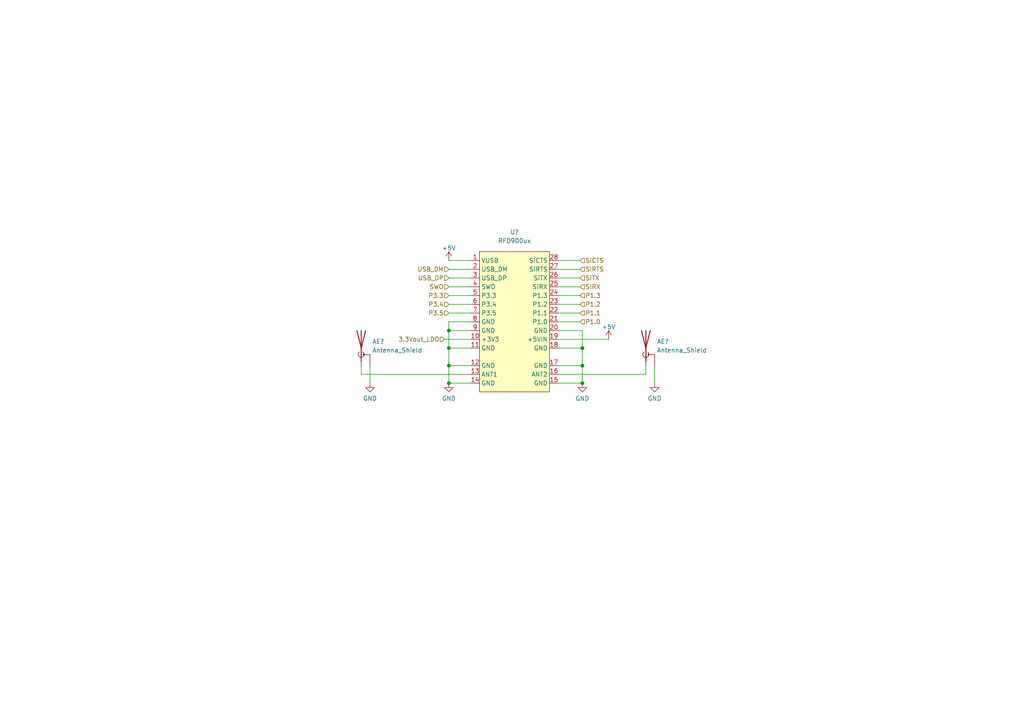
<source format=kicad_sch>
(kicad_sch (version 20211123) (generator eeschema)
  (paper "A4")
  (lib_symbols
    (symbol "Device:Antenna_Shield" (pin_numbers hide) (pin_names (offset 1.016) hide)
      (property "Reference" "AE" (at -1.905 4.445 0))
      (property "Value" "Antenna_Shield" (at -1.905 2.54 0))
      (symbol "Antenna_Shield_0_1"
        (arc (start -0.508 -1.143) (mid -0.8485 -2.1032) (end 0 -2.667))
        (arc (start 0 -2.667) (mid 0.8047 -2.0885) (end 0.508 -1.143))
        (polyline (pts (xy 0 -2.54) (xy 0 0)))
        (polyline (pts (xy 0 5.08) (xy 0 -3.81)) (stroke (width 0.254)))
        (polyline (pts (xy 0.762 -1.905) (xy 2.54 -1.905)))
        (polyline (pts (xy 2.54 -2.54) (xy 2.54 -1.905)))
        (polyline (pts (xy 1.27 5.08) (xy 0 0) (xy -1.27 5.08)) (stroke (width 0.254)))
        (circle (center 0.762 -1.905) (radius 0.1778) (fill (type outline)))
      )
      (symbol "Antenna_Shield_1_1"
        (pin input line (at 0 -5.08 90) (length 2.54) (name "A") (number "1"))
        (pin input line (at 2.54 -5.08 90) (length 2.54) (name "Shield") (number "2"))
      )
    )
    (symbol "RFD900ux:RFD900ux"
      (property "Reference" "U" (at 0 25.4 0))
      (property "Value" "RFD900ux" (at 0 27.94 0))
      (symbol "RFD900ux_0_1"
        (rectangle (start -10.16 22.86) (end 10.16 -17.78) (fill (type background)))
      )
      (symbol "RFD900ux_1_1"
        (pin power_in line (at -12.7 20.32 0) (length 2.54) (name "VUSB") (number "1"))
        (pin power_in line (at -12.7 -2.54 0) (length 2.54) (name "+3V3") (number "10"))
        (pin power_in line (at -12.7 -5.08 0) (length 2.54) (name "GND") (number "11"))
        (pin power_in line (at -12.7 -10.16 0) (length 2.54) (name "GND") (number "12"))
        (pin bidirectional line (at -12.7 -12.7 0) (length 2.54) (name "ANT1") (number "13"))
        (pin power_in line (at -12.7 -15.24 0) (length 2.54) (name "GND") (number "14"))
        (pin power_in line (at 12.7 -15.24 180) (length 2.54) (name "GND") (number "15"))
        (pin bidirectional line (at 12.7 -12.7 180) (length 2.54) (name "ANT2") (number "16"))
        (pin power_in line (at 12.7 -10.16 180) (length 2.54) (name "GND") (number "17"))
        (pin power_in line (at 12.7 -5.08 180) (length 2.54) (name "GND") (number "18"))
        (pin power_in line (at 12.7 -2.54 180) (length 2.54) (name "+5VIN") (number "19"))
        (pin bidirectional line (at -12.7 17.78 0) (length 2.54) (name "USB_DM") (number "2"))
        (pin power_in line (at 12.7 0 180) (length 2.54) (name "GND") (number "20"))
        (pin input line (at 12.7 2.54 180) (length 2.54) (name "P1.0") (number "21"))
        (pin input line (at 12.7 5.08 180) (length 2.54) (name "P1.1") (number "22"))
        (pin input line (at 12.7 7.62 180) (length 2.54) (name "P1.2") (number "23"))
        (pin input line (at 12.7 10.16 180) (length 2.54) (name "P1.3") (number "24"))
        (pin input line (at 12.7 12.7 180) (length 2.54) (name "SiRX") (number "25"))
        (pin output line (at 12.7 15.24 180) (length 2.54) (name "SiTX") (number "26"))
        (pin output line (at 12.7 17.78 180) (length 2.54) (name "SiRTS") (number "27"))
        (pin output line (at 12.7 20.32 180) (length 2.54) (name "SiCTS") (number "28"))
        (pin bidirectional line (at -12.7 15.24 0) (length 2.54) (name "USB_DP") (number "3"))
        (pin bidirectional line (at -12.7 12.7 0) (length 2.54) (name "SWO") (number "4"))
        (pin input line (at -12.7 10.16 0) (length 2.54) (name "P3.3") (number "5"))
        (pin input line (at -12.7 7.62 0) (length 2.54) (name "P3.4") (number "6"))
        (pin input line (at -12.7 5.08 0) (length 2.54) (name "P3.5") (number "7"))
        (pin power_in line (at -12.7 2.54 0) (length 2.54) (name "GND") (number "8"))
        (pin power_in line (at -12.7 0 0) (length 2.54) (name "GND") (number "9"))
      )
    )
    (symbol "power:+5V" (power) (pin_names (offset 0))
      (property "Value" "+5V" (at 0 3.556 0))
      (symbol "+5V_0_1"
        (polyline (pts (xy -0.762 1.27) (xy 0 2.54)))
        (polyline (pts (xy 0 0) (xy 0 2.54)))
        (polyline (pts (xy 0 2.54) (xy 0.762 1.27)))
      )
      (symbol "+5V_1_1"
        (pin power_in line (at 0 0 90) (length 0) hide (name "+5V") (number "1"))
      )
    )
    (symbol "power:GND" (power) (pin_names (offset 0))
      (property "Value" "GND" (at 0 -3.81 0))
      (symbol "GND_0_1"
        (polyline (pts (xy 0 0) (xy 0 -1.27) (xy 1.27 -1.27) (xy 0 -2.54) (xy -1.27 -1.27) (xy 0 -1.27)))
      )
      (symbol "GND_1_1"
        (pin power_in line (at 0 0 270) (length 0) hide (name "GND") (number "1"))
      )
    )
  )
  (junction (at 168.91 106.045))
  (junction (at 130.175 106.045))
  (junction (at 168.91 100.965))
  (junction (at 168.91 111.125))
  (junction (at 130.175 111.125))
  (junction (at 130.175 95.885))
  (junction (at 130.175 100.965))
  (wire (pts (xy 130.175 78.105) (xy 136.525 78.105)))
  (wire (pts (xy 168.91 95.885) (xy 168.91 100.965)))
  (wire (pts (xy 107.315 106.045) (xy 107.315 111.125)))
  (wire (pts (xy 161.925 111.125) (xy 168.91 111.125)))
  (wire (pts (xy 161.925 85.725) (xy 168.275 85.725)))
  (wire (pts (xy 161.925 98.425) (xy 176.53 98.425)))
  (wire (pts (xy 161.925 106.045) (xy 168.91 106.045)))
  (wire (pts (xy 130.175 88.265) (xy 136.525 88.265)))
  (wire (pts (xy 161.925 93.345) (xy 168.275 93.345)))
  (wire (pts (xy 130.175 93.345) (xy 130.175 95.885)))
  (wire (pts (xy 168.91 106.045) (xy 168.91 111.125)))
  (wire (pts (xy 189.865 106.045) (xy 189.865 111.125)))
  (wire (pts (xy 130.175 100.965) (xy 130.175 106.045)))
  (wire (pts (xy 104.775 108.585) (xy 136.525 108.585)))
  (wire (pts (xy 161.925 80.645) (xy 168.275 80.645)))
  (wire (pts (xy 168.91 100.965) (xy 168.91 106.045)))
  (wire (pts (xy 128.905 98.425) (xy 136.525 98.425)))
  (wire (pts (xy 130.175 83.185) (xy 136.525 83.185)))
  (wire (pts (xy 130.175 106.045) (xy 130.175 111.125)))
  (wire (pts (xy 136.525 95.885) (xy 130.175 95.885)))
  (wire (pts (xy 130.175 111.125) (xy 136.525 111.125)))
  (wire (pts (xy 104.775 106.045) (xy 104.775 108.585)))
  (wire (pts (xy 161.925 100.965) (xy 168.91 100.965)))
  (wire (pts (xy 161.925 90.805) (xy 168.275 90.805)))
  (wire (pts (xy 161.925 83.185) (xy 168.275 83.185)))
  (wire (pts (xy 130.175 90.805) (xy 136.525 90.805)))
  (wire (pts (xy 161.925 78.105) (xy 168.275 78.105)))
  (wire (pts (xy 161.925 88.265) (xy 168.275 88.265)))
  (wire (pts (xy 187.325 108.585) (xy 161.925 108.585)))
  (wire (pts (xy 136.525 93.345) (xy 130.175 93.345)))
  (wire (pts (xy 130.175 95.885) (xy 130.175 100.965)))
  (wire (pts (xy 161.925 95.885) (xy 168.91 95.885)))
  (wire (pts (xy 130.175 80.645) (xy 136.525 80.645)))
  (wire (pts (xy 161.925 75.565) (xy 168.275 75.565)))
  (wire (pts (xy 130.175 75.565) (xy 136.525 75.565)))
  (wire (pts (xy 130.175 85.725) (xy 136.525 85.725)))
  (wire (pts (xy 136.525 106.045) (xy 130.175 106.045)))
  (wire (pts (xy 187.325 106.045) (xy 187.325 108.585)))
  (wire (pts (xy 136.525 100.965) (xy 130.175 100.965)))
  (hierarchical_label "USB_DM" (shape input) (at 130.175 78.105 180))
  (hierarchical_label "P1.0" (shape input) (at 168.275 93.345 0))
  (hierarchical_label "USB_DP" (shape input) (at 130.175 80.645 180))
  (hierarchical_label "P3.3" (shape input) (at 130.175 85.725 180))
  (hierarchical_label "SWO" (shape input) (at 130.175 83.185 180))
  (hierarchical_label "SiTX" (shape input) (at 168.275 80.645 0))
  (hierarchical_label "P1.1" (shape input) (at 168.275 90.805 0))
  (hierarchical_label "SiRTS" (shape input) (at 168.275 78.105 0))
  (hierarchical_label "P1.2" (shape input) (at 168.275 88.265 0))
  (hierarchical_label "P3.4" (shape input) (at 130.175 88.265 180))
  (hierarchical_label "3.3Vout_LDO" (shape input) (at 128.905 98.425 180))
  (hierarchical_label "SiRX" (shape input) (at 168.275 83.185 0))
  (hierarchical_label "SiCTS" (shape input) (at 168.275 75.565 0))
  (hierarchical_label "P1.3" (shape input) (at 168.275 85.725 0))
  (hierarchical_label "P3.5" (shape input) (at 130.175 90.805 180))
  (symbol (lib_id "power:GND") (at 107.315 111.125 0) (unit 1)
    (property "Reference" "#PWR?" (effects hide))
    (property "Value" "GND" (at 107.315 115.57 0))
  )
  (symbol (lib_id "power:GND") (at 189.865 111.125 0) (unit 1)
    (property "Reference" "#PWR?" (effects hide))
    (property "Value" "GND" (at 189.865 115.57 0))
  )
  (symbol (lib_id "Device:Antenna_Shield") (at 104.775 100.965 0) (unit 1)
    (property "Reference" "AE?" (at 107.95 99.0599 0) (effects (justify left)))
    (property "Value" "Antenna_Shield" (at 107.95 101.5999 0) (effects (justify left)))
  )
  (symbol (lib_id "RFD900ux:RFD900ux") (at 149.225 95.885 0) (unit 1)
    (property "Reference" "U?" (at 149.225 67.31 0))
    (property "Value" "RFD900ux" (at 149.225 69.85 0))
    (property "Footprint" "Footprints:RFD900ux" (effects hide))
    (property "Datasheet" "https://files.rfdesign.com.au/Files/documents/RFD900ux%20DataSheet%20v1.2.pdf" (effects hide))
  )
  (symbol (lib_id "power:GND") (at 168.91 111.125 0) (unit 1)
    (property "Reference" "#PWR?" (effects hide))
    (property "Value" "GND" (at 168.91 115.57 0))
  )
  (symbol (lib_id "power:+5V") (at 130.175 75.565 0) (unit 1)
    (property "Reference" "#PWR?" (effects hide))
    (property "Value" "+5V" (at 130.175 71.9892 0))
  )
  (symbol (lib_id "power:+5V") (at 176.53 98.425 0) (unit 1)
    (property "Reference" "#PWR?" (effects hide))
    (property "Value" "+5V" (at 176.53 94.8492 0))
  )
  (symbol (lib_id "Device:Antenna_Shield") (at 187.325 100.965 0) (unit 1)
    (property "Reference" "AE?" (at 190.5 99.0599 0) (effects (justify left)))
    (property "Value" "Antenna_Shield" (at 190.5 101.5999 0) (effects (justify left)))
  )
  (symbol (lib_id "power:GND") (at 130.175 111.125 0) (unit 1)
    (property "Reference" "#PWR?" (effects hide))
    (property "Value" "GND" (at 130.175 115.57 0))
  )
)
</source>
